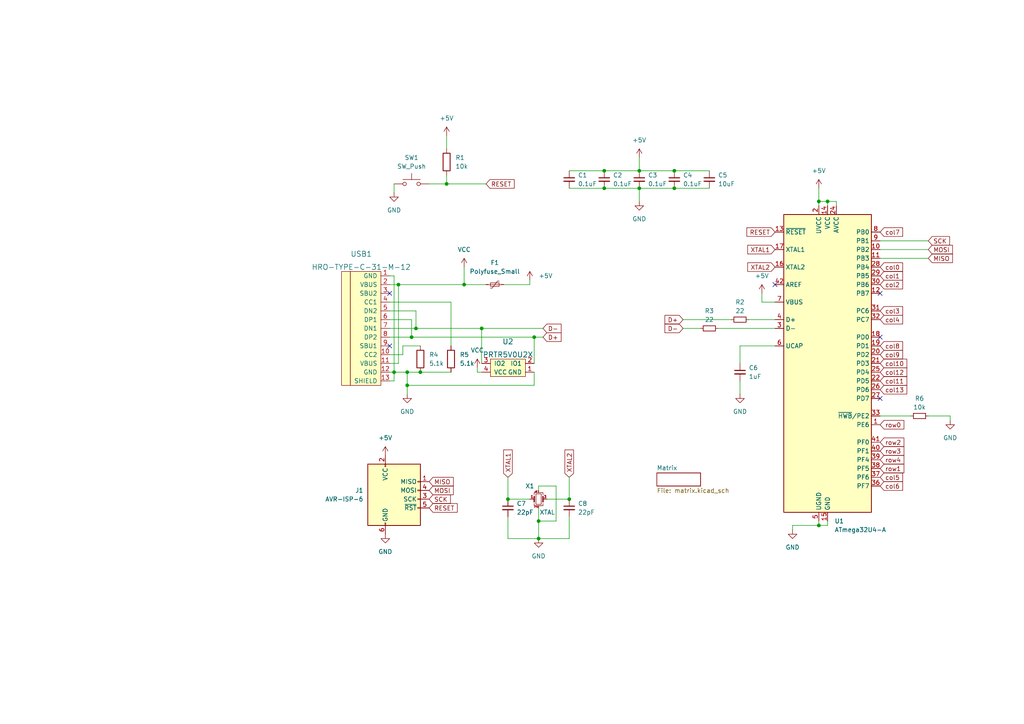
<source format=kicad_sch>
(kicad_sch (version 20211123) (generator eeschema)
  (paper "A4")
  (lib_symbols
    (symbol "Connector:AVR-ISP-6" (pin_names (offset 1.016))
      (property "Reference" "J" (at -6.35 11.43 0))
      (property "Value" "AVR-ISP-6" (at 0 11.43 0))
      (symbol "AVR-ISP-6_0_1"
        (rectangle (start -2.667 -6.858) (end -2.413 -7.62))
        (rectangle (start -2.667 10.16) (end -2.413 9.398))
        (rectangle (start 7.62 -2.413) (end 6.858 -2.667))
        (rectangle (start 7.62 0.127) (end 6.858 -0.127))
        (rectangle (start 7.62 2.667) (end 6.858 2.413))
        (rectangle (start 7.62 5.207) (end 6.858 4.953))
        (rectangle (start 7.62 10.16) (end -7.62 -7.62) (stroke (width 0.254)) (fill (type background)))
      )
      (symbol "AVR-ISP-6_1_1"
        (pin passive line (at 10.16 5.08 180) (length 2.54) (name "MISO") (number "1"))
        (pin passive line (at -2.54 12.7 270) (length 2.54) (name "VCC") (number "2"))
        (pin passive line (at 10.16 0 180) (length 2.54) (name "SCK") (number "3"))
        (pin passive line (at 10.16 2.54 180) (length 2.54) (name "MOSI") (number "4"))
        (pin passive line (at 10.16 -2.54 180) (length 2.54) (name "~{RST}") (number "5"))
        (pin passive line (at -2.54 -10.16 90) (length 2.54) (name "GND") (number "6"))
      )
    )
    (symbol "Device:C_Small" (pin_numbers hide) (pin_names (offset 0.254) hide)
      (property "Reference" "C" (at 0.254 1.778 0))
      (property "Value" "C_Small" (at 0.254 -2.032 0))
      (symbol "C_Small_0_1"
        (polyline (pts (xy -1.524 -0.508) (xy 1.524 -0.508)) (stroke (width 0.3302)))
        (polyline (pts (xy -1.524 0.508) (xy 1.524 0.508)) (stroke (width 0.3048)))
      )
      (symbol "C_Small_1_1"
        (pin passive line (at 0 2.54 270) (length 2.032) (name "~") (number "1"))
        (pin passive line (at 0 -2.54 90) (length 2.032) (name "~") (number "2"))
      )
    )
    (symbol "Device:Crystal_GND24_Small" (pin_names (offset 1.016) hide)
      (property "Reference" "Y" (at 1.27 4.445 0))
      (property "Value" "Crystal_GND24_Small" (at 1.27 2.54 0))
      (symbol "Crystal_GND24_Small_0_1"
        (rectangle (start -0.762 -1.524) (end 0.762 1.524))
        (polyline (pts (xy -1.27 -0.762) (xy -1.27 0.762)) (stroke (width 0.381)))
        (polyline (pts (xy 1.27 -0.762) (xy 1.27 0.762)) (stroke (width 0.381)))
        (polyline (pts (xy -1.27 -1.27) (xy -1.27 -1.905) (xy 1.27 -1.905) (xy 1.27 -1.27)))
        (polyline (pts (xy -1.27 1.27) (xy -1.27 1.905) (xy 1.27 1.905) (xy 1.27 1.27)))
      )
      (symbol "Crystal_GND24_Small_1_1"
        (pin passive line (at -2.54 0 0) (length 1.27) (name "1") (number "1"))
        (pin passive line (at 0 -2.54 90) (length 0.635) (name "2") (number "2"))
        (pin passive line (at 2.54 0 180) (length 1.27) (name "3") (number "3"))
        (pin passive line (at 0 2.54 270) (length 0.635) (name "4") (number "4"))
      )
    )
    (symbol "Device:Polyfuse_Small" (pin_numbers hide) (pin_names (offset 0))
      (property "Reference" "F" (at -1.905 0 90))
      (property "Value" "Polyfuse_Small" (at 1.905 0 90))
      (symbol "Polyfuse_Small_0_1"
        (rectangle (start -0.508 1.27) (end 0.508 -1.27))
        (polyline (pts (xy 0 2.54) (xy 0 -2.54)))
        (polyline (pts (xy -1.016 1.27) (xy -1.016 0.762) (xy 1.016 -0.762) (xy 1.016 -1.27)))
      )
      (symbol "Polyfuse_Small_1_1"
        (pin passive line (at 0 2.54 270) (length 0.635) (name "~") (number "1"))
        (pin passive line (at 0 -2.54 90) (length 0.635) (name "~") (number "2"))
      )
    )
    (symbol "Device:R" (pin_numbers hide) (pin_names (offset 0))
      (property "Reference" "R" (at 2.032 0 90))
      (property "Value" "R" (at 0 0 90))
      (symbol "R_0_1"
        (rectangle (start -1.016 -2.54) (end 1.016 2.54) (stroke (width 0.254)))
      )
      (symbol "R_1_1"
        (pin passive line (at 0 3.81 270) (length 1.27) (name "~") (number "1"))
        (pin passive line (at 0 -3.81 90) (length 1.27) (name "~") (number "2"))
      )
    )
    (symbol "Device:R_Small" (pin_numbers hide) (pin_names (offset 0.254) hide)
      (property "Reference" "R" (at 0.762 0.508 0))
      (property "Value" "R_Small" (at 0.762 -1.016 0))
      (symbol "R_Small_0_1"
        (rectangle (start -0.762 1.778) (end 0.762 -1.778) (stroke (width 0.2032)))
      )
      (symbol "R_Small_1_1"
        (pin passive line (at 0 2.54 270) (length 0.762) (name "~") (number "1"))
        (pin passive line (at 0 -2.54 90) (length 0.762) (name "~") (number "2"))
      )
    )
    (symbol "MCU_Microchip_ATmega:ATmega32U4-A"
      (property "Reference" "U" (at -12.7 44.45 0))
      (property "Value" "ATmega32U4-A" (at 2.54 -44.45 0))
      (symbol "ATmega32U4-A_0_1"
        (rectangle (start -12.7 -43.18) (end 12.7 43.18) (stroke (width 0.254)) (fill (type background)))
      )
      (symbol "ATmega32U4-A_1_1"
        (pin bidirectional line (at 15.24 -17.78 180) (length 2.54) (name "PE6") (number "1"))
        (pin bidirectional line (at 15.24 33.02 180) (length 2.54) (name "PB2") (number "10"))
        (pin bidirectional line (at 15.24 30.48 180) (length 2.54) (name "PB3") (number "11"))
        (pin bidirectional line (at 15.24 20.32 180) (length 2.54) (name "PB7") (number "12"))
        (pin input line (at -15.24 38.1 0) (length 2.54) (name "~{RESET}") (number "13"))
        (pin power_in line (at 0 45.72 270) (length 2.54) (name "VCC") (number "14"))
        (pin power_in line (at 0 -45.72 90) (length 2.54) (name "GND") (number "15"))
        (pin output line (at -15.24 27.94 0) (length 2.54) (name "XTAL2") (number "16"))
        (pin input line (at -15.24 33.02 0) (length 2.54) (name "XTAL1") (number "17"))
        (pin bidirectional line (at 15.24 7.62 180) (length 2.54) (name "PD0") (number "18"))
        (pin bidirectional line (at 15.24 5.08 180) (length 2.54) (name "PD1") (number "19"))
        (pin power_in line (at -2.54 45.72 270) (length 2.54) (name "UVCC") (number "2"))
        (pin bidirectional line (at 15.24 2.54 180) (length 2.54) (name "PD2") (number "20"))
        (pin bidirectional line (at 15.24 0 180) (length 2.54) (name "PD3") (number "21"))
        (pin bidirectional line (at 15.24 -5.08 180) (length 2.54) (name "PD5") (number "22"))
        (pin passive line (at 0 -45.72 90) (length 2.54) hide (name "GND") (number "23"))
        (pin power_in line (at 2.54 45.72 270) (length 2.54) (name "AVCC") (number "24"))
        (pin bidirectional line (at 15.24 -2.54 180) (length 2.54) (name "PD4") (number "25"))
        (pin bidirectional line (at 15.24 -7.62 180) (length 2.54) (name "PD6") (number "26"))
        (pin bidirectional line (at 15.24 -10.16 180) (length 2.54) (name "PD7") (number "27"))
        (pin bidirectional line (at 15.24 27.94 180) (length 2.54) (name "PB4") (number "28"))
        (pin bidirectional line (at 15.24 25.4 180) (length 2.54) (name "PB5") (number "29"))
        (pin bidirectional line (at -15.24 10.16 0) (length 2.54) (name "D-") (number "3"))
        (pin bidirectional line (at 15.24 22.86 180) (length 2.54) (name "PB6") (number "30"))
        (pin bidirectional line (at 15.24 15.24 180) (length 2.54) (name "PC6") (number "31"))
        (pin bidirectional line (at 15.24 12.7 180) (length 2.54) (name "PC7") (number "32"))
        (pin bidirectional line (at 15.24 -15.24 180) (length 2.54) (name "~{HWB}/PE2") (number "33"))
        (pin passive line (at 0 45.72 270) (length 2.54) hide (name "VCC") (number "34"))
        (pin passive line (at 0 -45.72 90) (length 2.54) hide (name "GND") (number "35"))
        (pin bidirectional line (at 15.24 -35.56 180) (length 2.54) (name "PF7") (number "36"))
        (pin bidirectional line (at 15.24 -33.02 180) (length 2.54) (name "PF6") (number "37"))
        (pin bidirectional line (at 15.24 -30.48 180) (length 2.54) (name "PF5") (number "38"))
        (pin bidirectional line (at 15.24 -27.94 180) (length 2.54) (name "PF4") (number "39"))
        (pin bidirectional line (at -15.24 12.7 0) (length 2.54) (name "D+") (number "4"))
        (pin bidirectional line (at 15.24 -25.4 180) (length 2.54) (name "PF1") (number "40"))
        (pin bidirectional line (at 15.24 -22.86 180) (length 2.54) (name "PF0") (number "41"))
        (pin passive line (at -15.24 22.86 0) (length 2.54) (name "AREF") (number "42"))
        (pin passive line (at 0 -45.72 90) (length 2.54) hide (name "GND") (number "43"))
        (pin passive line (at 2.54 45.72 270) (length 2.54) hide (name "AVCC") (number "44"))
        (pin passive line (at -2.54 -45.72 90) (length 2.54) (name "UGND") (number "5"))
        (pin passive line (at -15.24 5.08 0) (length 2.54) (name "UCAP") (number "6"))
        (pin input line (at -15.24 17.78 0) (length 2.54) (name "VBUS") (number "7"))
        (pin bidirectional line (at 15.24 38.1 180) (length 2.54) (name "PB0") (number "8"))
        (pin bidirectional line (at 15.24 35.56 180) (length 2.54) (name "PB1") (number "9"))
      )
    )
    (symbol "Switch:SW_Push" (pin_numbers hide) (pin_names (offset 1.016) hide)
      (property "Reference" "SW" (at 1.27 2.54 0))
      (property "Value" "SW_Push" (at 0 -1.524 0))
      (symbol "SW_Push_0_1"
        (circle (center -2.032 0) (radius 0.508))
        (polyline (pts (xy 0 1.27) (xy 0 3.048)))
        (polyline (pts (xy 2.54 1.27) (xy -2.54 1.27)))
        (circle (center 2.032 0) (radius 0.508))
        (pin passive line (at -5.08 0 0) (length 2.54) (name "1") (number "1"))
        (pin passive line (at 5.08 0 180) (length 2.54) (name "2") (number "2"))
      )
    )
    (symbol "Type-C:HRO-TYPE-C-31-M-12" (pin_names (offset 1.016))
      (property "Reference" "USB" (at -5.08 16.51 0))
      (property "Value" "HRO-TYPE-C-31-M-12" (at -10.16 -1.27 90))
      (symbol "HRO-TYPE-C-31-M-12_0_1"
        (rectangle (start -11.43 15.24) (end -8.89 -17.78) (fill (type background)))
        (rectangle (start 0 -17.78) (end -8.89 15.24) (fill (type background)))
      )
      (symbol "HRO-TYPE-C-31-M-12_1_1"
        (pin input line (at 2.54 13.97 180) (length 2.54) (name "GND") (number "1"))
        (pin input line (at 2.54 -8.89 180) (length 2.54) (name "CC2") (number "10"))
        (pin input line (at 2.54 -11.43 180) (length 2.54) (name "VBUS") (number "11"))
        (pin input line (at 2.54 -13.97 180) (length 2.54) (name "GND") (number "12"))
        (pin input line (at 2.54 -16.51 180) (length 2.54) (name "SHIELD") (number "13"))
        (pin input line (at 2.54 11.43 180) (length 2.54) (name "VBUS") (number "2"))
        (pin input line (at 2.54 8.89 180) (length 2.54) (name "SBU2") (number "3"))
        (pin input line (at 2.54 6.35 180) (length 2.54) (name "CC1") (number "4"))
        (pin input line (at 2.54 3.81 180) (length 2.54) (name "DN2") (number "5"))
        (pin input line (at 2.54 1.27 180) (length 2.54) (name "DP1") (number "6"))
        (pin input line (at 2.54 -1.27 180) (length 2.54) (name "DN1") (number "7"))
        (pin input line (at 2.54 -3.81 180) (length 2.54) (name "DP2") (number "8"))
        (pin input line (at 2.54 -6.35 180) (length 2.54) (name "SBU1") (number "9"))
      )
    )
    (symbol "power:+5V" (power) (pin_names (offset 0))
      (property "Value" "+5V" (at 0 3.556 0))
      (symbol "+5V_0_1"
        (polyline (pts (xy -0.762 1.27) (xy 0 2.54)))
        (polyline (pts (xy 0 0) (xy 0 2.54)))
        (polyline (pts (xy 0 2.54) (xy 0.762 1.27)))
      )
      (symbol "+5V_1_1"
        (pin power_in line (at 0 0 90) (length 0) hide (name "+5V") (number "1"))
      )
    )
    (symbol "power:GND" (power) (pin_names (offset 0))
      (property "Value" "GND" (at 0 -3.81 0))
      (symbol "GND_0_1"
        (polyline (pts (xy 0 0) (xy 0 -1.27) (xy 1.27 -1.27) (xy 0 -2.54) (xy -1.27 -1.27) (xy 0 -1.27)))
      )
      (symbol "GND_1_1"
        (pin power_in line (at 0 0 270) (length 0) hide (name "GND") (number "1"))
      )
    )
    (symbol "power:VCC" (power) (pin_names (offset 0))
      (property "Value" "VCC" (at 0 3.81 0))
      (symbol "VCC_0_1"
        (polyline (pts (xy -0.762 1.27) (xy 0 2.54)))
        (polyline (pts (xy 0 0) (xy 0 2.54)))
        (polyline (pts (xy 0 2.54) (xy 0.762 1.27)))
      )
      (symbol "VCC_1_1"
        (pin power_in line (at 0 0 90) (length 0) hide (name "VCC") (number "1"))
      )
    )
    (symbol "random-keyboard-parts:PRTR5V0U2X" (pin_names (offset 1.016))
      (property "Reference" "U" (at 0 3.81 0))
      (property "Value" "PRTR5V0U2X" (at 0 -3.81 0))
      (symbol "PRTR5V0U2X_0_1"
        (rectangle (start -5.08 2.54) (end 5.08 -2.54) (fill (type background)))
      )
      (symbol "PRTR5V0U2X_1_1"
        (pin input line (at -7.62 1.27 0) (length 2.54) (name "GND") (number "1"))
        (pin input line (at -7.62 -1.27 0) (length 2.54) (name "IO1") (number "2"))
        (pin input line (at 7.62 -1.27 180) (length 2.54) (name "IO2") (number "3"))
        (pin input line (at 7.62 1.27 180) (length 2.54) (name "VCC") (number "4"))
      )
    )
  )
  (junction (at 195.58 49.53))
  (junction (at 129.54 53.34))
  (junction (at 154.94 97.79))
  (junction (at 134.62 82.55))
  (junction (at 147.32 144.78))
  (junction (at 237.49 58.42))
  (junction (at 119.38 97.79))
  (junction (at 121.92 107.95))
  (junction (at 175.26 49.53))
  (junction (at 185.42 54.61))
  (junction (at 195.58 54.61))
  (junction (at 175.26 54.61))
  (junction (at 118.11 107.95))
  (junction (at 120.65 95.25))
  (junction (at 139.7 95.25))
  (junction (at 165.1 144.78))
  (junction (at 156.21 151.13))
  (junction (at 240.03 58.42))
  (junction (at 115.57 82.55))
  (junction (at 156.21 156.21))
  (junction (at 237.49 152.4))
  (junction (at 118.11 111.76))
  (junction (at 185.42 49.53))
  (junction (at 114.3 107.95))
  (no_connect (at 224.79 82.55))
  (no_connect (at 255.27 97.79))
  (no_connect (at 113.03 100.33))
  (no_connect (at 113.03 85.09))
  (no_connect (at 255.27 115.57))
  (no_connect (at 255.27 85.09))
  (wire (pts (xy 113.03 87.63) (xy 130.81 87.63)))
  (wire (pts (xy 185.42 45.72) (xy 185.42 49.53)))
  (wire (pts (xy 116.84 102.87) (xy 113.03 102.87)))
  (wire (pts (xy 269.24 69.85) (xy 255.27 69.85)))
  (wire (pts (xy 147.32 144.78) (xy 153.67 144.78)))
  (wire (pts (xy 237.49 151.13) (xy 237.49 152.4)))
  (wire (pts (xy 113.03 105.41) (xy 115.57 105.41)))
  (wire (pts (xy 113.03 90.17) (xy 120.65 90.17)))
  (wire (pts (xy 130.81 100.33) (xy 130.81 87.63)))
  (wire (pts (xy 154.94 97.79) (xy 157.48 97.79)))
  (wire (pts (xy 138.43 106.68) (xy 138.43 107.95)))
  (wire (pts (xy 224.79 100.33) (xy 214.63 100.33)))
  (wire (pts (xy 214.63 100.33) (xy 214.63 105.41)))
  (wire (pts (xy 240.03 151.13) (xy 240.03 152.4)))
  (wire (pts (xy 113.03 95.25) (xy 120.65 95.25)))
  (wire (pts (xy 198.12 95.25) (xy 203.2 95.25)))
  (wire (pts (xy 153.67 81.28) (xy 153.67 82.55)))
  (wire (pts (xy 185.42 54.61) (xy 185.42 58.42)))
  (wire (pts (xy 134.62 82.55) (xy 134.62 77.47)))
  (wire (pts (xy 165.1 138.43) (xy 165.1 144.78)))
  (wire (pts (xy 118.11 107.95) (xy 118.11 111.76)))
  (wire (pts (xy 121.92 100.33) (xy 116.84 100.33)))
  (wire (pts (xy 240.03 152.4) (xy 237.49 152.4)))
  (wire (pts (xy 119.38 92.71) (xy 119.38 97.79)))
  (wire (pts (xy 185.42 49.53) (xy 195.58 49.53)))
  (wire (pts (xy 120.65 95.25) (xy 139.7 95.25)))
  (wire (pts (xy 217.17 92.71) (xy 224.79 92.71)))
  (wire (pts (xy 124.46 53.34) (xy 129.54 53.34)))
  (wire (pts (xy 198.12 92.71) (xy 212.09 92.71)))
  (wire (pts (xy 120.65 90.17) (xy 120.65 95.25)))
  (wire (pts (xy 114.3 107.95) (xy 118.11 107.95)))
  (wire (pts (xy 118.11 107.95) (xy 121.92 107.95)))
  (wire (pts (xy 129.54 50.8) (xy 129.54 53.34)))
  (wire (pts (xy 242.57 58.42) (xy 240.03 58.42)))
  (wire (pts (xy 240.03 58.42) (xy 237.49 58.42)))
  (wire (pts (xy 269.24 74.93) (xy 255.27 74.93)))
  (wire (pts (xy 229.87 152.4) (xy 229.87 153.67)))
  (wire (pts (xy 165.1 149.86) (xy 165.1 156.21)))
  (wire (pts (xy 185.42 54.61) (xy 195.58 54.61)))
  (wire (pts (xy 237.49 58.42) (xy 237.49 59.69)))
  (wire (pts (xy 165.1 54.61) (xy 175.26 54.61)))
  (wire (pts (xy 154.94 107.95) (xy 154.94 111.76)))
  (wire (pts (xy 156.21 140.97) (xy 161.29 140.97)))
  (wire (pts (xy 147.32 138.43) (xy 147.32 144.78)))
  (wire (pts (xy 195.58 54.61) (xy 205.74 54.61)))
  (wire (pts (xy 113.03 107.95) (xy 114.3 107.95)))
  (wire (pts (xy 156.21 151.13) (xy 156.21 156.21)))
  (wire (pts (xy 161.29 140.97) (xy 161.29 151.13)))
  (wire (pts (xy 255.27 120.65) (xy 264.16 120.65)))
  (wire (pts (xy 269.24 72.39) (xy 255.27 72.39)))
  (wire (pts (xy 115.57 82.55) (xy 115.57 105.41)))
  (wire (pts (xy 220.98 87.63) (xy 224.79 87.63)))
  (wire (pts (xy 147.32 149.86) (xy 147.32 156.21)))
  (wire (pts (xy 116.84 100.33) (xy 116.84 102.87)))
  (wire (pts (xy 269.24 120.65) (xy 275.59 120.65)))
  (wire (pts (xy 119.38 97.79) (xy 154.94 97.79)))
  (wire (pts (xy 275.59 120.65) (xy 275.59 121.92)))
  (wire (pts (xy 156.21 142.24) (xy 156.21 140.97)))
  (wire (pts (xy 156.21 147.32) (xy 156.21 151.13)))
  (wire (pts (xy 113.03 97.79) (xy 119.38 97.79)))
  (wire (pts (xy 129.54 53.34) (xy 140.97 53.34)))
  (wire (pts (xy 154.94 111.76) (xy 118.11 111.76)))
  (wire (pts (xy 139.7 95.25) (xy 157.48 95.25)))
  (wire (pts (xy 129.54 39.37) (xy 129.54 43.18)))
  (wire (pts (xy 242.57 59.69) (xy 242.57 58.42)))
  (wire (pts (xy 195.58 49.53) (xy 205.74 49.53)))
  (wire (pts (xy 134.62 82.55) (xy 140.97 82.55)))
  (wire (pts (xy 220.98 85.09) (xy 220.98 87.63)))
  (wire (pts (xy 113.03 110.49) (xy 114.3 110.49)))
  (wire (pts (xy 165.1 156.21) (xy 156.21 156.21)))
  (wire (pts (xy 147.32 156.21) (xy 156.21 156.21)))
  (wire (pts (xy 175.26 54.61) (xy 185.42 54.61)))
  (wire (pts (xy 214.63 110.49) (xy 214.63 114.3)))
  (wire (pts (xy 121.92 107.95) (xy 130.81 107.95)))
  (wire (pts (xy 114.3 53.34) (xy 114.3 55.88)))
  (wire (pts (xy 156.21 151.13) (xy 161.29 151.13)))
  (wire (pts (xy 114.3 80.01) (xy 114.3 107.95)))
  (wire (pts (xy 139.7 95.25) (xy 139.7 105.41)))
  (wire (pts (xy 114.3 107.95) (xy 114.3 110.49)))
  (wire (pts (xy 154.94 97.79) (xy 154.94 105.41)))
  (wire (pts (xy 165.1 49.53) (xy 175.26 49.53)))
  (wire (pts (xy 158.75 144.78) (xy 165.1 144.78)))
  (wire (pts (xy 113.03 80.01) (xy 114.3 80.01)))
  (wire (pts (xy 113.03 92.71) (xy 119.38 92.71)))
  (wire (pts (xy 113.03 82.55) (xy 115.57 82.55)))
  (wire (pts (xy 237.49 54.61) (xy 237.49 58.42)))
  (wire (pts (xy 153.67 82.55) (xy 146.05 82.55)))
  (wire (pts (xy 240.03 59.69) (xy 240.03 58.42)))
  (wire (pts (xy 118.11 111.76) (xy 118.11 114.3)))
  (wire (pts (xy 175.26 49.53) (xy 185.42 49.53)))
  (wire (pts (xy 208.28 95.25) (xy 224.79 95.25)))
  (wire (pts (xy 115.57 82.55) (xy 134.62 82.55)))
  (wire (pts (xy 237.49 152.4) (xy 229.87 152.4)))
  (wire (pts (xy 138.43 107.95) (xy 139.7 107.95)))
  (global_label "col5" (shape input) (at 255.27 138.43 0) (property "Intersheet References" "${INTERSHEET_REFS}" (effects hide)))
  (global_label "XTAL1" (shape input) (at 224.79 72.39 180) (property "Intersheet References" "${INTERSHEET_REFS}" (effects hide)))
  (global_label "XTAL2" (shape input) (at 165.1 138.43 90) (property "Intersheet References" "${INTERSHEET_REFS}" (effects hide)))
  (global_label "D-" (shape input) (at 157.48 95.25 0) (property "Intersheet References" "${INTERSHEET_REFS}" (effects hide)))
  (global_label "col3" (shape input) (at 255.27 90.17 0) (property "Intersheet References" "${INTERSHEET_REFS}" (effects hide)))
  (global_label "MISO" (shape input) (at 124.46 139.7 0) (property "Intersheet References" "${INTERSHEET_REFS}" (effects hide)))
  (global_label "col7" (shape input) (at 255.27 67.31 0) (property "Intersheet References" "${INTERSHEET_REFS}" (effects hide)))
  (global_label "row4" (shape input) (at 255.27 133.35 0) (property "Intersheet References" "${INTERSHEET_REFS}" (effects hide)))
  (global_label "MISO" (shape input) (at 269.24 74.93 0) (property "Intersheet References" "${INTERSHEET_REFS}" (effects hide)))
  (global_label "row1" (shape input) (at 255.27 135.89 0) (property "Intersheet References" "${INTERSHEET_REFS}" (effects hide)))
  (global_label "row0" (shape input) (at 255.27 123.19 0) (property "Intersheet References" "${INTERSHEET_REFS}" (effects hide)))
  (global_label "col8" (shape input) (at 255.27 100.33 0) (property "Intersheet References" "${INTERSHEET_REFS}" (effects hide)))
  (global_label "XTAL2" (shape input) (at 224.79 77.47 180) (property "Intersheet References" "${INTERSHEET_REFS}" (effects hide)))
  (global_label "D+" (shape input) (at 198.12 92.71 180) (property "Intersheet References" "${INTERSHEET_REFS}" (effects hide)))
  (global_label "col13" (shape input) (at 255.27 113.03 0) (property "Intersheet References" "${INTERSHEET_REFS}" (effects hide)))
  (global_label "col1" (shape input) (at 255.27 80.01 0) (property "Intersheet References" "${INTERSHEET_REFS}" (effects hide)))
  (global_label "col9" (shape input) (at 255.27 102.87 0) (property "Intersheet References" "${INTERSHEET_REFS}" (effects hide)))
  (global_label "D+" (shape input) (at 157.48 97.79 0) (property "Intersheet References" "${INTERSHEET_REFS}" (effects hide)))
  (global_label "col4" (shape input) (at 255.27 92.71 0) (property "Intersheet References" "${INTERSHEET_REFS}" (effects hide)))
  (global_label "SCK" (shape input) (at 124.46 144.78 0) (property "Intersheet References" "${INTERSHEET_REFS}" (effects hide)))
  (global_label "RESET" (shape input) (at 140.97 53.34 0) (property "Intersheet References" "${INTERSHEET_REFS}" (effects hide)))
  (global_label "col2" (shape input) (at 255.27 82.55 0) (property "Intersheet References" "${INTERSHEET_REFS}" (effects hide)))
  (global_label "RESET" (shape input) (at 224.79 67.31 180) (property "Intersheet References" "${INTERSHEET_REFS}" (effects hide)))
  (global_label "col6" (shape input) (at 255.27 140.97 0) (property "Intersheet References" "${INTERSHEET_REFS}" (effects hide)))
  (global_label "col11" (shape input) (at 255.27 110.49 0) (property "Intersheet References" "${INTERSHEET_REFS}" (effects hide)))
  (global_label "D-" (shape input) (at 198.12 95.25 180) (property "Intersheet References" "${INTERSHEET_REFS}" (effects hide)))
  (global_label "row2" (shape input) (at 255.27 128.27 0) (property "Intersheet References" "${INTERSHEET_REFS}" (effects hide)))
  (global_label "col10" (shape input) (at 255.27 105.41 0) (property "Intersheet References" "${INTERSHEET_REFS}" (effects hide)))
  (global_label "col12" (shape input) (at 255.27 107.95 0) (property "Intersheet References" "${INTERSHEET_REFS}" (effects hide)))
  (global_label "row3" (shape input) (at 255.27 130.81 0) (property "Intersheet References" "${INTERSHEET_REFS}" (effects hide)))
  (global_label "SCK" (shape input) (at 269.24 69.85 0) (property "Intersheet References" "${INTERSHEET_REFS}" (effects hide)))
  (global_label "MOSI" (shape input) (at 269.24 72.39 0) (property "Intersheet References" "${INTERSHEET_REFS}" (effects hide)))
  (global_label "XTAL1" (shape input) (at 147.32 138.43 90) (property "Intersheet References" "${INTERSHEET_REFS}" (effects hide)))
  (global_label "RESET" (shape input) (at 124.46 147.32 0) (property "Intersheet References" "${INTERSHEET_REFS}" (effects hide)))
  (global_label "MOSI" (shape input) (at 124.46 142.24 0) (property "Intersheet References" "${INTERSHEET_REFS}" (effects hide)))
  (global_label "col0" (shape input) (at 255.27 77.47 0) (property "Intersheet References" "${INTERSHEET_REFS}" (effects hide)))
  (symbol (lib_id "Device:R_Small") (at 205.74 95.25 90) (unit 1)
    (property "Reference" "R3" (at 205.74 90.17 90))
    (property "Value" "22" (at 205.74 92.71 90))
  )
  (symbol (lib_id "power:+5V") (at 129.54 39.37 0) (unit 1)
    (property "Reference" "#PWR01" (effects hide))
    (property "Value" "+5V" (at 129.54 34.29 0))
  )
  (symbol (lib_id "power:GND") (at 275.59 121.92 0) (unit 1)
    (property "Reference" "#PWR012" (effects hide))
    (property "Value" "GND" (at 275.59 127 0))
  )
  (symbol (lib_id "power:VCC") (at 134.62 77.47 0) (unit 1)
    (property "Reference" "#PWR06" (effects hide))
    (property "Value" "VCC" (at 134.62 72.39 0))
  )
  (symbol (lib_id "power:GND") (at 229.87 153.67 0) (unit 1)
    (property "Reference" "#PWR014" (effects hide))
    (property "Value" "GND" (at 229.87 158.75 0))
  )
  (symbol (lib_id "power:GND") (at 185.42 58.42 0) (unit 1)
    (property "Reference" "#PWR05" (effects hide))
    (property "Value" "GND" (at 185.42 63.5 0))
  )
  (symbol (lib_id "Device:C_Small") (at 165.1 147.32 0) (unit 1)
    (property "Reference" "C8" (at 167.64 146.0562 0) (effects (justify left)))
    (property "Value" "22pF" (at 167.64 148.5962 0) (effects (justify left)))
  )
  (symbol (lib_id "power:GND") (at 156.21 156.21 0) (unit 1)
    (property "Reference" "#PWR016" (effects hide))
    (property "Value" "GND" (at 156.21 161.29 0))
  )
  (symbol (lib_id "power:GND") (at 118.11 114.3 0) (unit 1)
    (property "Reference" "#PWR010" (effects hide))
    (property "Value" "GND" (at 118.11 119.38 0))
  )
  (symbol (lib_id "power:+5V") (at 111.76 132.08 0) (unit 1)
    (property "Reference" "#PWR013" (effects hide))
    (property "Value" "+5V" (at 111.76 127 0))
  )
  (symbol (lib_id "power:+5V") (at 153.67 81.28 0) (unit 1)
    (property "Reference" "#PWR07" (effects hide))
    (property "Value" "+5V" (at 156.21 80.0099 0) (effects (justify left)))
  )
  (symbol (lib_id "Device:R_Small") (at 214.63 92.71 90) (unit 1)
    (property "Reference" "R2" (at 214.63 87.63 90))
    (property "Value" "22" (at 214.63 90.17 90))
  )
  (symbol (lib_id "power:GND") (at 114.3 55.88 0) (unit 1)
    (property "Reference" "#PWR04" (effects hide))
    (property "Value" "GND" (at 114.3 60.96 0))
  )
  (symbol (lib_id "Device:C_Small") (at 214.63 107.95 0) (unit 1)
    (property "Reference" "C6" (at 217.17 106.6862 0) (effects (justify left)))
    (property "Value" "1uF" (at 217.17 109.2262 0) (effects (justify left)))
  )
  (symbol (lib_id "Device:Crystal_GND24_Small") (at 156.21 144.78 0) (unit 1)
    (property "Reference" "X1" (at 153.67 140.97 0))
    (property "Value" "XTAL" (at 158.75 148.59 0))
  )
  (symbol (lib_id "power:+5V") (at 185.42 45.72 0) (unit 1)
    (property "Reference" "#PWR02" (effects hide))
    (property "Value" "+5V" (at 185.42 40.64 0))
  )
  (symbol (lib_id "Device:C_Small") (at 175.26 52.07 0) (unit 1)
    (property "Reference" "C2" (at 177.8 50.8062 0) (effects (justify left)))
    (property "Value" "0.1uF" (at 177.8 53.3462 0) (effects (justify left)))
  )
  (symbol (lib_id "power:GND") (at 214.63 114.3 0) (unit 1)
    (property "Reference" "#PWR011" (effects hide))
    (property "Value" "GND" (at 214.63 119.38 0))
  )
  (symbol (lib_id "Type-C:HRO-TYPE-C-31-M-12") (at 110.49 93.98 0) (unit 1)
    (property "Reference" "USB1" (at 104.775 73.66 0) (effects (font (size 1.524 1.524))))
    (property "Value" "HRO-TYPE-C-31-M-12" (at 104.775 77.47 0) (effects (font (size 1.524 1.524))))
  )
  (symbol (lib_id "Device:C_Small") (at 185.42 52.07 0) (unit 1)
    (property "Reference" "C3" (at 187.96 50.8062 0) (effects (justify left)))
    (property "Value" "0.1uF" (at 187.96 53.3462 0) (effects (justify left)))
  )
  (symbol (lib_id "Device:R_Small") (at 266.7 120.65 90) (unit 1)
    (property "Reference" "R6" (at 266.7 115.57 90))
    (property "Value" "10k" (at 266.7 118.11 90))
  )
  (symbol (lib_id "Connector:AVR-ISP-6") (at 114.3 144.78 0) (unit 1)
    (property "Reference" "J1" (at 105.41 142.2399 0) (effects (justify right)))
    (property "Value" "AVR-ISP-6" (at 105.41 144.7799 0) (effects (justify right)))
    (property "Datasheet" " ~" (effects hide))
  )
  (symbol (lib_id "Device:Polyfuse_Small") (at 143.51 82.55 90) (unit 1)
    (property "Reference" "F1" (at 143.51 76.2 90))
    (property "Value" "Polyfuse_Small" (at 143.51 78.74 90))
  )
  (symbol (lib_id "Switch:SW_Push") (at 119.38 53.34 0) (unit 1)
    (property "Reference" "SW1" (at 119.38 45.72 0))
    (property "Value" "SW_Push" (at 119.38 48.26 0))
  )
  (symbol (lib_id "random-keyboard-parts:PRTR5V0U2X") (at 147.32 106.68 180) (unit 1)
    (property "Reference" "U2" (at 147.32 99.06 0) (effects (font (size 1.524 1.524))))
    (property "Value" "PRTR5V0U2X" (at 147.32 102.87 0) (effects (font (size 1.524 1.524))))
  )
  (symbol (lib_id "Device:C_Small") (at 205.74 52.07 0) (unit 1)
    (property "Reference" "C5" (at 208.28 50.8062 0) (effects (justify left)))
    (property "Value" "10uF" (at 208.28 53.3462 0) (effects (justify left)))
  )
  (symbol (lib_id "Device:C_Small") (at 195.58 52.07 0) (unit 1)
    (property "Reference" "C4" (at 198.12 50.8062 0) (effects (justify left)))
    (property "Value" "0.1uF" (at 198.12 53.3462 0) (effects (justify left)))
  )
  (symbol (lib_id "power:GND") (at 111.76 154.94 0) (unit 1)
    (property "Reference" "#PWR015" (effects hide))
    (property "Value" "GND" (at 111.76 160.02 0))
  )
  (symbol (lib_id "power:+5V") (at 220.98 85.09 0) (unit 1)
    (property "Reference" "#PWR08" (effects hide))
    (property "Value" "+5V" (at 220.98 80.01 0))
  )
  (symbol (lib_id "power:VCC") (at 138.43 106.68 0) (unit 1)
    (property "Reference" "#PWR09" (effects hide))
    (property "Value" "VCC" (at 138.43 101.6 0))
  )
  (symbol (lib_id "Device:R") (at 121.92 104.14 0) (unit 1)
    (property "Reference" "R4" (at 124.46 102.8699 0) (effects (justify left)))
    (property "Value" "5.1k" (at 124.46 105.4099 0) (effects (justify left)))
  )
  (symbol (lib_id "Device:R") (at 130.81 104.14 0) (unit 1)
    (property "Reference" "R5" (at 133.35 102.8699 0) (effects (justify left)))
    (property "Value" "5.1k" (at 133.35 105.4099 0) (effects (justify left)))
  )
  (symbol (lib_id "Device:R") (at 129.54 46.99 0) (unit 1)
    (property "Reference" "R1" (at 132.08 45.7199 0) (effects (justify left)))
    (property "Value" "10k" (at 132.08 48.2599 0) (effects (justify left)))
  )
  (symbol (lib_id "MCU_Microchip_ATmega:ATmega32U4-A") (at 240.03 105.41 0) (unit 1)
    (property "Reference" "U1" (at 242.0494 151.13 0) (effects (justify left)))
    (property "Value" "ATmega32U4-A" (at 242.0494 153.67 0) (effects (justify left)))
    (property "Footprint" "Package_QFP:TQFP-44_10x10mm_P0.8mm" (effects hide))
    (property "Datasheet" "http://ww1.microchip.com/downloads/en/DeviceDoc/Atmel-7766-8-bit-AVR-ATmega16U4-32U4_Datasheet.pdf" (effects hide))
  )
  (symbol (lib_id "Device:C_Small") (at 165.1 52.07 0) (unit 1)
    (property "Reference" "C1" (at 167.64 50.8062 0) (effects (justify left)))
    (property "Value" "0.1uF" (at 167.64 53.3462 0) (effects (justify left)))
  )
  (symbol (lib_id "Device:C_Small") (at 147.32 147.32 0) (unit 1)
    (property "Reference" "C7" (at 149.86 146.0562 0) (effects (justify left)))
    (property "Value" "22pF" (at 149.86 148.5962 0) (effects (justify left)))
  )
  (symbol (lib_id "power:+5V") (at 237.49 54.61 0) (unit 1)
    (property "Reference" "#PWR03" (effects hide))
    (property "Value" "+5V" (at 237.49 49.53 0))
  )
  (sheet (at 190.5 137.16) (size 12.7 3.81) (stroke (width 0.1524))
    (property "Sheet name" "Matrix" (at 190.5 136.4484 0) (effects (justify left bottom)))
    (property "Sheet file" "matrix.kicad_sch" (at 190.5 141.5546 0) (effects (justify left top)))
  )
)
</source>
